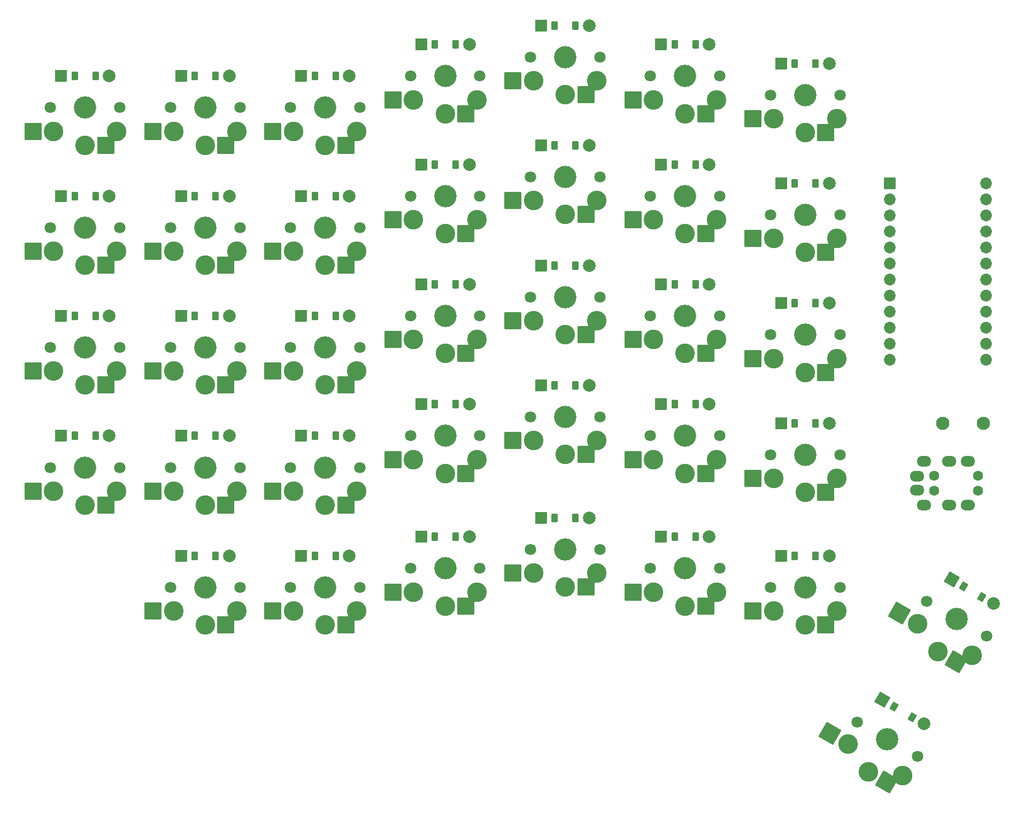
<source format=gbr>
%TF.GenerationSoftware,KiCad,Pcbnew,6.0.2*%
%TF.CreationDate,2022-02-19T14:05:47-05:00*%
%TF.ProjectId,jonkey-v1,6a6f6e6b-6579-42d7-9631-2e6b69636164,v1.0.0*%
%TF.SameCoordinates,Original*%
%TF.FileFunction,Soldermask,Bot*%
%TF.FilePolarity,Negative*%
%FSLAX46Y46*%
G04 Gerber Fmt 4.6, Leading zero omitted, Abs format (unit mm)*
G04 Created by KiCad (PCBNEW 6.0.2) date 2022-02-19 14:05:47*
%MOMM*%
%LPD*%
G01*
G04 APERTURE LIST*
G04 Aperture macros list*
%AMRoundRect*
0 Rectangle with rounded corners*
0 $1 Rounding radius*
0 $2 $3 $4 $5 $6 $7 $8 $9 X,Y pos of 4 corners*
0 Add a 4 corners polygon primitive as box body*
4,1,4,$2,$3,$4,$5,$6,$7,$8,$9,$2,$3,0*
0 Add four circle primitives for the rounded corners*
1,1,$1+$1,$2,$3*
1,1,$1+$1,$4,$5*
1,1,$1+$1,$6,$7*
1,1,$1+$1,$8,$9*
0 Add four rect primitives between the rounded corners*
20,1,$1+$1,$2,$3,$4,$5,0*
20,1,$1+$1,$4,$5,$6,$7,0*
20,1,$1+$1,$6,$7,$8,$9,0*
20,1,$1+$1,$8,$9,$2,$3,0*%
G04 Aperture macros list end*
%ADD10RoundRect,0.050000X-0.450000X-0.600000X0.450000X-0.600000X0.450000X0.600000X-0.450000X0.600000X0*%
%ADD11C,2.005000*%
%ADD12RoundRect,0.050000X-0.889000X-0.889000X0.889000X-0.889000X0.889000X0.889000X-0.889000X0.889000X0*%
%ADD13C,3.529000*%
%ADD14C,1.801800*%
%ADD15C,3.100000*%
%ADD16RoundRect,0.050000X1.300000X1.300000X-1.300000X1.300000X-1.300000X-1.300000X1.300000X-1.300000X0*%
%ADD17RoundRect,0.050000X-0.689711X-0.294615X0.089711X-0.744615X0.689711X0.294615X-0.089711X0.744615X0*%
%ADD18RoundRect,0.050000X-1.214397X-0.325397X0.325397X-1.214397X1.214397X0.325397X-0.325397X1.214397X0*%
%ADD19RoundRect,0.050000X1.775833X0.475833X-0.475833X1.775833X-1.775833X-0.475833X0.475833X-1.775833X0*%
%ADD20RoundRect,0.050000X-0.876300X0.876300X-0.876300X-0.876300X0.876300X-0.876300X0.876300X0.876300X0*%
%ADD21C,1.852600*%
%ADD22C,2.100000*%
%ADD23C,1.600000*%
%ADD24O,2.300000X1.700000*%
G04 APERTURE END LIST*
D10*
%TO.C,D1*%
X66670000Y-100280000D03*
X63370000Y-100280000D03*
D11*
X68830000Y-100280000D03*
D12*
X61210000Y-100280000D03*
%TD*%
D13*
%TO.C,S1*%
X65020000Y-105280000D03*
D14*
X59520000Y-105280000D03*
X70520000Y-105280000D03*
D15*
X60020000Y-109030000D03*
X65020000Y-111230000D03*
D16*
X68295000Y-111230000D03*
X56745000Y-109030000D03*
D15*
X70020000Y-109030000D03*
X65020000Y-111230000D03*
%TD*%
D10*
%TO.C,D2*%
X66670000Y-81280000D03*
X63370000Y-81280000D03*
D11*
X68830000Y-81280000D03*
D12*
X61210000Y-81280000D03*
%TD*%
D13*
%TO.C,S2*%
X65020000Y-86280000D03*
D14*
X59520000Y-86280000D03*
X70520000Y-86280000D03*
D15*
X60020000Y-90030000D03*
X65020000Y-92230000D03*
D16*
X68295000Y-92230000D03*
X56745000Y-90030000D03*
D15*
X70020000Y-90030000D03*
X65020000Y-92230000D03*
%TD*%
D10*
%TO.C,D3*%
X66670000Y-62280000D03*
X63370000Y-62280000D03*
D11*
X68830000Y-62280000D03*
D12*
X61210000Y-62280000D03*
%TD*%
D13*
%TO.C,S3*%
X65020000Y-67280000D03*
D14*
X59520000Y-67280000D03*
X70520000Y-67280000D03*
D15*
X60020000Y-71030000D03*
X65020000Y-73230000D03*
D16*
X68295000Y-73230000D03*
X56745000Y-71030000D03*
D15*
X70020000Y-71030000D03*
X65020000Y-73230000D03*
%TD*%
D10*
%TO.C,D4*%
X66670000Y-43280000D03*
X63370000Y-43280000D03*
D11*
X68830000Y-43280000D03*
D12*
X61210000Y-43280000D03*
%TD*%
D13*
%TO.C,S4*%
X65020000Y-48280000D03*
D14*
X59520000Y-48280000D03*
X70520000Y-48280000D03*
D15*
X60020000Y-52030000D03*
X65020000Y-54230000D03*
D16*
X68295000Y-54230000D03*
X56745000Y-52030000D03*
D15*
X70020000Y-52030000D03*
X65020000Y-54230000D03*
%TD*%
D10*
%TO.C,D5*%
X85670000Y-100280000D03*
X82370000Y-100280000D03*
D11*
X87830000Y-100280000D03*
D12*
X80210000Y-100280000D03*
%TD*%
D13*
%TO.C,S5*%
X84020000Y-105280000D03*
D14*
X78520000Y-105280000D03*
X89520000Y-105280000D03*
D15*
X79020000Y-109030000D03*
X84020000Y-111230000D03*
D16*
X87295000Y-111230000D03*
X75745000Y-109030000D03*
D15*
X89020000Y-109030000D03*
X84020000Y-111230000D03*
%TD*%
D10*
%TO.C,D6*%
X85670000Y-81280000D03*
X82370000Y-81280000D03*
D11*
X87830000Y-81280000D03*
D12*
X80210000Y-81280000D03*
%TD*%
D13*
%TO.C,S6*%
X84020000Y-86280000D03*
D14*
X78520000Y-86280000D03*
X89520000Y-86280000D03*
D15*
X79020000Y-90030000D03*
X84020000Y-92230000D03*
D16*
X87295000Y-92230000D03*
X75745000Y-90030000D03*
D15*
X89020000Y-90030000D03*
X84020000Y-92230000D03*
%TD*%
D10*
%TO.C,D7*%
X85670000Y-62280000D03*
X82370000Y-62280000D03*
D11*
X87830000Y-62280000D03*
D12*
X80210000Y-62280000D03*
%TD*%
D13*
%TO.C,S7*%
X84020000Y-67280000D03*
D14*
X78520000Y-67280000D03*
X89520000Y-67280000D03*
D15*
X79020000Y-71030000D03*
X84020000Y-73230000D03*
D16*
X87295000Y-73230000D03*
X75745000Y-71030000D03*
D15*
X89020000Y-71030000D03*
X84020000Y-73230000D03*
%TD*%
D10*
%TO.C,D8*%
X85670000Y-43280000D03*
X82370000Y-43280000D03*
D11*
X87830000Y-43280000D03*
D12*
X80210000Y-43280000D03*
%TD*%
D13*
%TO.C,S8*%
X84020000Y-48280000D03*
D14*
X78520000Y-48280000D03*
X89520000Y-48280000D03*
D15*
X79020000Y-52030000D03*
X84020000Y-54230000D03*
D16*
X87295000Y-54230000D03*
X75745000Y-52030000D03*
D15*
X89020000Y-52030000D03*
X84020000Y-54230000D03*
%TD*%
D10*
%TO.C,D9*%
X104670000Y-100280000D03*
X101370000Y-100280000D03*
D11*
X106830000Y-100280000D03*
D12*
X99210000Y-100280000D03*
%TD*%
D13*
%TO.C,S9*%
X103020000Y-105280000D03*
D14*
X97520000Y-105280000D03*
X108520000Y-105280000D03*
D15*
X98020000Y-109030000D03*
X103020000Y-111230000D03*
D16*
X106295000Y-111230000D03*
X94745000Y-109030000D03*
D15*
X108020000Y-109030000D03*
X103020000Y-111230000D03*
%TD*%
D10*
%TO.C,D10*%
X104670000Y-81280000D03*
X101370000Y-81280000D03*
D11*
X106830000Y-81280000D03*
D12*
X99210000Y-81280000D03*
%TD*%
D13*
%TO.C,S10*%
X103020000Y-86280000D03*
D14*
X97520000Y-86280000D03*
X108520000Y-86280000D03*
D15*
X98020000Y-90030000D03*
X103020000Y-92230000D03*
D16*
X106295000Y-92230000D03*
X94745000Y-90030000D03*
D15*
X108020000Y-90030000D03*
X103020000Y-92230000D03*
%TD*%
D10*
%TO.C,D11*%
X104670000Y-62280000D03*
X101370000Y-62280000D03*
D11*
X106830000Y-62280000D03*
D12*
X99210000Y-62280000D03*
%TD*%
D13*
%TO.C,S11*%
X103020000Y-67280000D03*
D14*
X97520000Y-67280000D03*
X108520000Y-67280000D03*
D15*
X98020000Y-71030000D03*
X103020000Y-73230000D03*
D16*
X106295000Y-73230000D03*
X94745000Y-71030000D03*
D15*
X108020000Y-71030000D03*
X103020000Y-73230000D03*
%TD*%
D10*
%TO.C,D12*%
X104670000Y-43280000D03*
X101370000Y-43280000D03*
D11*
X106830000Y-43280000D03*
D12*
X99210000Y-43280000D03*
%TD*%
D13*
%TO.C,S12*%
X103020000Y-48280000D03*
D14*
X97520000Y-48280000D03*
X108520000Y-48280000D03*
D15*
X98020000Y-52030000D03*
X103020000Y-54230000D03*
D16*
X106295000Y-54230000D03*
X94745000Y-52030000D03*
D15*
X108020000Y-52030000D03*
X103020000Y-54230000D03*
%TD*%
D10*
%TO.C,D13*%
X123670000Y-95280000D03*
X120370000Y-95280000D03*
D11*
X125830000Y-95280000D03*
D12*
X118210000Y-95280000D03*
%TD*%
D13*
%TO.C,S13*%
X122020000Y-100280000D03*
D14*
X116520000Y-100280000D03*
X127520000Y-100280000D03*
D15*
X117020000Y-104030000D03*
X122020000Y-106230000D03*
D16*
X125295000Y-106230000D03*
X113745000Y-104030000D03*
D15*
X127020000Y-104030000D03*
X122020000Y-106230000D03*
%TD*%
D10*
%TO.C,D14*%
X123670000Y-76280000D03*
X120370000Y-76280000D03*
D11*
X125830000Y-76280000D03*
D12*
X118210000Y-76280000D03*
%TD*%
D13*
%TO.C,S14*%
X122020000Y-81280000D03*
D14*
X116520000Y-81280000D03*
X127520000Y-81280000D03*
D15*
X117020000Y-85030000D03*
X122020000Y-87230000D03*
D16*
X125295000Y-87230000D03*
X113745000Y-85030000D03*
D15*
X127020000Y-85030000D03*
X122020000Y-87230000D03*
%TD*%
D10*
%TO.C,D15*%
X123670000Y-57280000D03*
X120370000Y-57280000D03*
D11*
X125830000Y-57280000D03*
D12*
X118210000Y-57280000D03*
%TD*%
D13*
%TO.C,S15*%
X122020000Y-62280000D03*
D14*
X116520000Y-62280000D03*
X127520000Y-62280000D03*
D15*
X117020000Y-66030000D03*
X122020000Y-68230000D03*
D16*
X125295000Y-68230000D03*
X113745000Y-66030000D03*
D15*
X127020000Y-66030000D03*
X122020000Y-68230000D03*
%TD*%
D10*
%TO.C,D16*%
X123670000Y-38280000D03*
X120370000Y-38280000D03*
D11*
X125830000Y-38280000D03*
D12*
X118210000Y-38280000D03*
%TD*%
D13*
%TO.C,S16*%
X122020000Y-43280000D03*
D14*
X116520000Y-43280000D03*
X127520000Y-43280000D03*
D15*
X117020000Y-47030000D03*
X122020000Y-49230000D03*
D16*
X125295000Y-49230000D03*
X113745000Y-47030000D03*
D15*
X127020000Y-47030000D03*
X122020000Y-49230000D03*
%TD*%
D10*
%TO.C,D17*%
X142670000Y-92280000D03*
X139370000Y-92280000D03*
D11*
X144830000Y-92280000D03*
D12*
X137210000Y-92280000D03*
%TD*%
D13*
%TO.C,S17*%
X141020000Y-97280000D03*
D14*
X135520000Y-97280000D03*
X146520000Y-97280000D03*
D15*
X136020000Y-101030000D03*
X141020000Y-103230000D03*
D16*
X144295000Y-103230000D03*
X132745000Y-101030000D03*
D15*
X146020000Y-101030000D03*
X141020000Y-103230000D03*
%TD*%
D10*
%TO.C,D18*%
X142670000Y-73280000D03*
X139370000Y-73280000D03*
D11*
X144830000Y-73280000D03*
D12*
X137210000Y-73280000D03*
%TD*%
D13*
%TO.C,S18*%
X141020000Y-78280000D03*
D14*
X135520000Y-78280000D03*
X146520000Y-78280000D03*
D15*
X136020000Y-82030000D03*
X141020000Y-84230000D03*
D16*
X144295000Y-84230000D03*
X132745000Y-82030000D03*
D15*
X146020000Y-82030000D03*
X141020000Y-84230000D03*
%TD*%
D10*
%TO.C,D19*%
X142670000Y-54280000D03*
X139370000Y-54280000D03*
D11*
X144830000Y-54280000D03*
D12*
X137210000Y-54280000D03*
%TD*%
D13*
%TO.C,S19*%
X141020000Y-59280000D03*
D14*
X135520000Y-59280000D03*
X146520000Y-59280000D03*
D15*
X136020000Y-63030000D03*
X141020000Y-65230000D03*
D16*
X144295000Y-65230000D03*
X132745000Y-63030000D03*
D15*
X146020000Y-63030000D03*
X141020000Y-65230000D03*
%TD*%
D10*
%TO.C,D20*%
X142670000Y-35280000D03*
X139370000Y-35280000D03*
D11*
X144830000Y-35280000D03*
D12*
X137210000Y-35280000D03*
%TD*%
D13*
%TO.C,S20*%
X141020000Y-40280000D03*
D14*
X135520000Y-40280000D03*
X146520000Y-40280000D03*
D15*
X136020000Y-44030000D03*
X141020000Y-46230000D03*
D16*
X144295000Y-46230000D03*
X132745000Y-44030000D03*
D15*
X146020000Y-44030000D03*
X141020000Y-46230000D03*
%TD*%
D10*
%TO.C,D21*%
X161670000Y-95280000D03*
X158370000Y-95280000D03*
D11*
X163830000Y-95280000D03*
D12*
X156210000Y-95280000D03*
%TD*%
D13*
%TO.C,S21*%
X160020000Y-100280000D03*
D14*
X154520000Y-100280000D03*
X165520000Y-100280000D03*
D15*
X155020000Y-104030000D03*
X160020000Y-106230000D03*
D16*
X163295000Y-106230000D03*
X151745000Y-104030000D03*
D15*
X165020000Y-104030000D03*
X160020000Y-106230000D03*
%TD*%
D10*
%TO.C,D22*%
X161670000Y-76280000D03*
X158370000Y-76280000D03*
D11*
X163830000Y-76280000D03*
D12*
X156210000Y-76280000D03*
%TD*%
D13*
%TO.C,S22*%
X160020000Y-81280000D03*
D14*
X154520000Y-81280000D03*
X165520000Y-81280000D03*
D15*
X155020000Y-85030000D03*
X160020000Y-87230000D03*
D16*
X163295000Y-87230000D03*
X151745000Y-85030000D03*
D15*
X165020000Y-85030000D03*
X160020000Y-87230000D03*
%TD*%
D10*
%TO.C,D23*%
X161670000Y-57280000D03*
X158370000Y-57280000D03*
D11*
X163830000Y-57280000D03*
D12*
X156210000Y-57280000D03*
%TD*%
D13*
%TO.C,S23*%
X160020000Y-62280000D03*
D14*
X154520000Y-62280000D03*
X165520000Y-62280000D03*
D15*
X155020000Y-66030000D03*
X160020000Y-68230000D03*
D16*
X163295000Y-68230000D03*
X151745000Y-66030000D03*
D15*
X165020000Y-66030000D03*
X160020000Y-68230000D03*
%TD*%
D10*
%TO.C,D24*%
X161670000Y-38280000D03*
X158370000Y-38280000D03*
D11*
X163830000Y-38280000D03*
D12*
X156210000Y-38280000D03*
%TD*%
D13*
%TO.C,S24*%
X160020000Y-43280000D03*
D14*
X154520000Y-43280000D03*
X165520000Y-43280000D03*
D15*
X155020000Y-47030000D03*
X160020000Y-49230000D03*
D16*
X163295000Y-49230000D03*
X151745000Y-47030000D03*
D15*
X165020000Y-47030000D03*
X160020000Y-49230000D03*
%TD*%
D10*
%TO.C,D25*%
X180670000Y-98280000D03*
X177370000Y-98280000D03*
D11*
X182830000Y-98280000D03*
D12*
X175210000Y-98280000D03*
%TD*%
D13*
%TO.C,S25*%
X179020000Y-103280000D03*
D14*
X173520000Y-103280000D03*
X184520000Y-103280000D03*
D15*
X174020000Y-107030000D03*
X179020000Y-109230000D03*
D16*
X182295000Y-109230000D03*
X170745000Y-107030000D03*
D15*
X184020000Y-107030000D03*
X179020000Y-109230000D03*
%TD*%
D10*
%TO.C,D26*%
X180670000Y-79280000D03*
X177370000Y-79280000D03*
D11*
X182830000Y-79280000D03*
D12*
X175210000Y-79280000D03*
%TD*%
D13*
%TO.C,S26*%
X179020000Y-84280000D03*
D14*
X173520000Y-84280000D03*
X184520000Y-84280000D03*
D15*
X174020000Y-88030000D03*
X179020000Y-90230000D03*
D16*
X182295000Y-90230000D03*
X170745000Y-88030000D03*
D15*
X184020000Y-88030000D03*
X179020000Y-90230000D03*
%TD*%
D10*
%TO.C,D27*%
X180670000Y-60280000D03*
X177370000Y-60280000D03*
D11*
X182830000Y-60280000D03*
D12*
X175210000Y-60280000D03*
%TD*%
D13*
%TO.C,S27*%
X179020000Y-65280000D03*
D14*
X173520000Y-65280000D03*
X184520000Y-65280000D03*
D15*
X174020000Y-69030000D03*
X179020000Y-71230000D03*
D16*
X182295000Y-71230000D03*
X170745000Y-69030000D03*
D15*
X184020000Y-69030000D03*
X179020000Y-71230000D03*
%TD*%
D10*
%TO.C,D28*%
X180670000Y-41280000D03*
X177370000Y-41280000D03*
D11*
X182830000Y-41280000D03*
D12*
X175210000Y-41280000D03*
%TD*%
D13*
%TO.C,S28*%
X179020000Y-46280000D03*
D14*
X173520000Y-46280000D03*
X184520000Y-46280000D03*
D15*
X174020000Y-50030000D03*
X179020000Y-52230000D03*
D16*
X182295000Y-52230000D03*
X170745000Y-50030000D03*
D15*
X184020000Y-50030000D03*
X179020000Y-52230000D03*
%TD*%
D10*
%TO.C,D29*%
X161670000Y-116280000D03*
X158370000Y-116280000D03*
D11*
X163830000Y-116280000D03*
D12*
X156210000Y-116280000D03*
%TD*%
D13*
%TO.C,S29*%
X160020000Y-121280000D03*
D14*
X154520000Y-121280000D03*
X165520000Y-121280000D03*
D15*
X155020000Y-125030000D03*
X160020000Y-127230000D03*
D16*
X163295000Y-127230000D03*
X151745000Y-125030000D03*
D15*
X165020000Y-125030000D03*
X160020000Y-127230000D03*
%TD*%
D10*
%TO.C,D30*%
X180670000Y-119280000D03*
X177370000Y-119280000D03*
D11*
X182830000Y-119280000D03*
D12*
X175210000Y-119280000D03*
%TD*%
D13*
%TO.C,S30*%
X179020000Y-124280000D03*
D14*
X173520000Y-124280000D03*
X184520000Y-124280000D03*
D15*
X174020000Y-128030000D03*
X179020000Y-130230000D03*
D16*
X182295000Y-130230000D03*
X170745000Y-128030000D03*
D15*
X184020000Y-128030000D03*
X179020000Y-130230000D03*
%TD*%
D17*
%TO.C,D31*%
X206948942Y-125774873D03*
X204091058Y-124124873D03*
D11*
X208819557Y-126854873D03*
D18*
X202220443Y-123044873D03*
%TD*%
D13*
%TO.C,S31*%
X203020000Y-129280000D03*
D14*
X198256860Y-126530000D03*
X207783140Y-132030000D03*
D15*
X196814873Y-130027595D03*
X200045000Y-134432851D03*
D19*
X202881233Y-136070351D03*
X193978640Y-128390095D03*
D15*
X205475127Y-135027595D03*
X200045000Y-134432851D03*
%TD*%
D17*
%TO.C,D32*%
X195948942Y-144827432D03*
X193091058Y-143177432D03*
D11*
X197819557Y-145907432D03*
D18*
X191220443Y-142097432D03*
%TD*%
D13*
%TO.C,S32*%
X192020000Y-148332559D03*
D14*
X187256860Y-145582559D03*
X196783140Y-151082559D03*
D15*
X185814873Y-149080154D03*
X189045000Y-153485410D03*
D19*
X191881233Y-155122910D03*
X182978640Y-147442654D03*
D15*
X194475127Y-154080154D03*
X189045000Y-153485410D03*
%TD*%
D10*
%TO.C,D33*%
X85670000Y-119280000D03*
X82370000Y-119280000D03*
D11*
X87830000Y-119280000D03*
D12*
X80210000Y-119280000D03*
%TD*%
D13*
%TO.C,S33*%
X84020000Y-124280000D03*
D14*
X78520000Y-124280000D03*
X89520000Y-124280000D03*
D15*
X79020000Y-128030000D03*
X84020000Y-130230000D03*
D16*
X87295000Y-130230000D03*
X75745000Y-128030000D03*
D15*
X89020000Y-128030000D03*
X84020000Y-130230000D03*
%TD*%
D10*
%TO.C,D34*%
X104670000Y-119280000D03*
X101370000Y-119280000D03*
D11*
X106830000Y-119280000D03*
D12*
X99210000Y-119280000D03*
%TD*%
D13*
%TO.C,S34*%
X103020000Y-124280000D03*
D14*
X97520000Y-124280000D03*
X108520000Y-124280000D03*
D15*
X98020000Y-128030000D03*
X103020000Y-130230000D03*
D16*
X106295000Y-130230000D03*
X94745000Y-128030000D03*
D15*
X108020000Y-128030000D03*
X103020000Y-130230000D03*
%TD*%
D10*
%TO.C,D35*%
X123670000Y-116280000D03*
X120370000Y-116280000D03*
D11*
X125830000Y-116280000D03*
D12*
X118210000Y-116280000D03*
%TD*%
D13*
%TO.C,S35*%
X122020000Y-121280000D03*
D14*
X116520000Y-121280000D03*
X127520000Y-121280000D03*
D15*
X117020000Y-125030000D03*
X122020000Y-127230000D03*
D16*
X125295000Y-127230000D03*
X113745000Y-125030000D03*
D15*
X127020000Y-125030000D03*
X122020000Y-127230000D03*
%TD*%
D10*
%TO.C,D36*%
X142670000Y-113280000D03*
X139370000Y-113280000D03*
D11*
X144830000Y-113280000D03*
D12*
X137210000Y-113280000D03*
%TD*%
D13*
%TO.C,S36*%
X141020000Y-118280000D03*
D14*
X135520000Y-118280000D03*
X146520000Y-118280000D03*
D15*
X136020000Y-122030000D03*
X141020000Y-124230000D03*
D16*
X144295000Y-124230000D03*
X132745000Y-122030000D03*
D15*
X146020000Y-122030000D03*
X141020000Y-124230000D03*
%TD*%
D20*
%TO.C,MCU1*%
X192400000Y-60310000D03*
D21*
X192400000Y-62850000D03*
X192400000Y-65390000D03*
X192400000Y-67930000D03*
X192400000Y-70470000D03*
X192400000Y-73010000D03*
X192400000Y-75550000D03*
X192400000Y-78090000D03*
X192400000Y-80630000D03*
X192400000Y-83170000D03*
X192400000Y-85710000D03*
X192400000Y-88250000D03*
X207640000Y-60310000D03*
X207640000Y-62850000D03*
X207640000Y-65390000D03*
X207640000Y-67930000D03*
X207640000Y-70470000D03*
X207640000Y-73010000D03*
X207640000Y-75550000D03*
X207640000Y-78090000D03*
X207640000Y-80630000D03*
X207640000Y-83170000D03*
X207640000Y-85710000D03*
X207640000Y-88250000D03*
%TD*%
D22*
%TO.C,B1*%
X200770000Y-98280000D03*
X207270000Y-98280000D03*
%TD*%
D23*
%TO.C,REF\u002A\u002A*%
X199420000Y-108980000D03*
X206420000Y-108980000D03*
D24*
X196720000Y-106680000D03*
X197820000Y-111280000D03*
X201820000Y-111280000D03*
X204820000Y-111280000D03*
D23*
X199420000Y-106580000D03*
X206420000Y-106580000D03*
D24*
X196720000Y-108880000D03*
X197820000Y-104280000D03*
X201820000Y-104280000D03*
X204820000Y-104280000D03*
%TD*%
M02*

</source>
